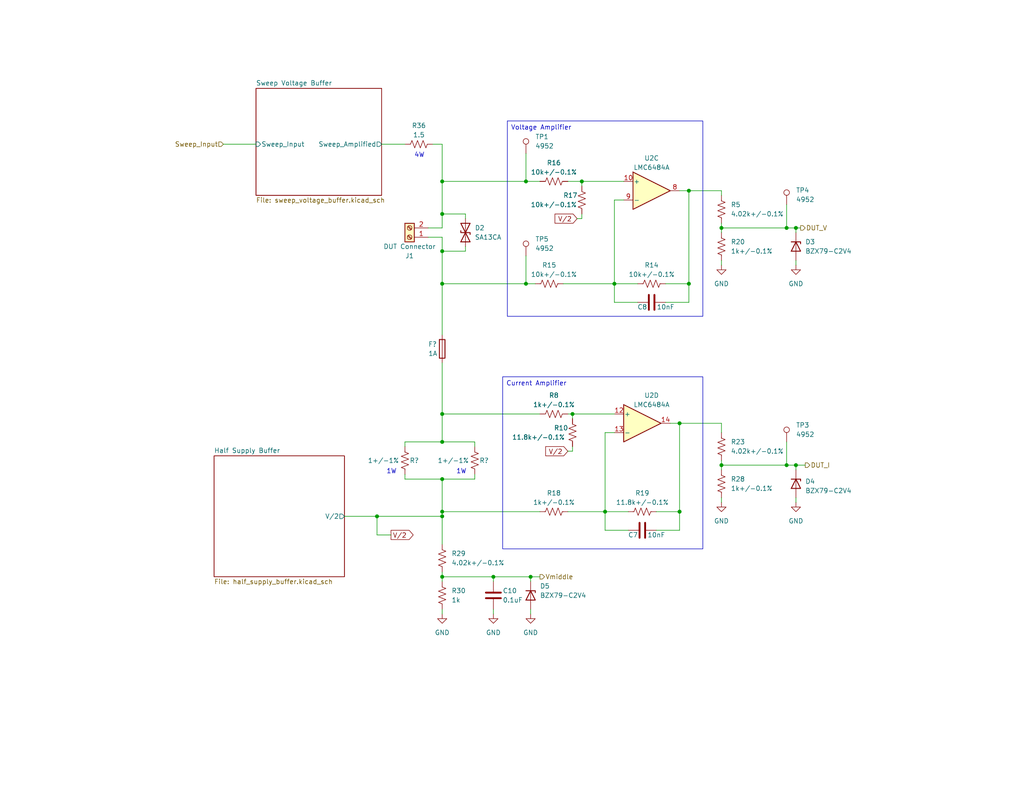
<source format=kicad_sch>
(kicad_sch (version 20230121) (generator eeschema)
  (paper "A")
  (title_block (title "Analog Front End") (date "2023-10-10") (rev "3") (comment 1 "Designed by Marek Newton"))
  (lib_symbols
    (symbol "Amplifier_Operational:LM6144xIx" (pin_names (offset 0.127))
      (property "Reference" "U" (at 0 5.08 0))
      (property "Value" "LM6144xIx" (at 0 -5.08 0))
      (symbol "LM6144xIx_1_1"
        (polyline (pts (xy -5.08 5.08) (xy 5.08 0) (xy -5.08 -5.08) (xy -5.08 5.08)) (stroke (width 0.254)) (fill (type background)))
        (pin output line (at 7.62 0 180) (length 2.54) (name "~") (number "1"))
        (pin input line (at -7.62 -2.54 0) (length 2.54) (name "-") (number "2"))
        (pin input line (at -7.62 2.54 0) (length 2.54) (name "+") (number "3"))
      )
      (symbol "LM6144xIx_2_1"
        (polyline (pts (xy -5.08 5.08) (xy 5.08 0) (xy -5.08 -5.08) (xy -5.08 5.08)) (stroke (width 0.254)) (fill (type background)))
        (pin input line (at -7.62 2.54 0) (length 2.54) (name "+") (number "5"))
        (pin input line (at -7.62 -2.54 0) (length 2.54) (name "-") (number "6"))
        (pin output line (at 7.62 0 180) (length 2.54) (name "~") (number "7"))
      )
      (symbol "LM6144xIx_3_1"
        (polyline (pts (xy -5.08 5.08) (xy 5.08 0) (xy -5.08 -5.08) (xy -5.08 5.08)) (stroke (width 0.254)) (fill (type background)))
        (pin input line (at -7.62 2.54 0) (length 2.54) (name "+") (number "10"))
        (pin output line (at 7.62 0 180) (length 2.54) (name "~") (number "8"))
        (pin input line (at -7.62 -2.54 0) (length 2.54) (name "-") (number "9"))
      )
      (symbol "LM6144xIx_4_1"
        (polyline (pts (xy -5.08 5.08) (xy 5.08 0) (xy -5.08 -5.08) (xy -5.08 5.08)) (stroke (width 0.254)) (fill (type background)))
        (pin input line (at -7.62 2.54 0) (length 2.54) (name "+") (number "12"))
        (pin input line (at -7.62 -2.54 0) (length 2.54) (name "-") (number "13"))
        (pin output line (at 7.62 0 180) (length 2.54) (name "~") (number "14"))
      )
      (symbol "LM6144xIx_5_1"
        (pin power_in line (at -2.54 -7.62 90) (length 3.81) (name "V-") (number "11"))
        (pin power_in line (at -2.54 7.62 270) (length 3.81) (name "V+") (number "4"))
      )
    )
    (symbol "Connector:Screw_Terminal_01x02" (pin_names (offset 1.016) hide)
      (property "Reference" "J" (at 0 2.54 0))
      (property "Value" "Screw_Terminal_01x02" (at 0 -5.08 0))
      (symbol "Screw_Terminal_01x02_1_1"
        (rectangle (start -1.27 1.27) (end 1.27 -3.81) (stroke (width 0.254)) (fill (type background)))
        (circle (center 0 -2.54) (radius 0.635) (stroke (width 0.1524)))
        (polyline (pts (xy -0.5334 -2.2098) (xy 0.3302 -3.048)) (stroke (width 0.1524)))
        (polyline (pts (xy -0.5334 0.3302) (xy 0.3302 -0.508)) (stroke (width 0.1524)))
        (polyline (pts (xy -0.3556 -2.032) (xy 0.508 -2.8702)) (stroke (width 0.1524)))
        (polyline (pts (xy -0.3556 0.508) (xy 0.508 -0.3302)) (stroke (width 0.1524)))
        (circle (center 0 0) (radius 0.635) (stroke (width 0.1524)))
        (pin passive line (at -5.08 0 0) (length 3.81) (name "Pin_1") (number "1"))
        (pin passive line (at -5.08 -2.54 0) (length 3.81) (name "Pin_2") (number "2"))
      )
    )
    (symbol "Connector:TestPoint" (pin_numbers hide) (pin_names (offset 0.762) hide)
      (property "Reference" "TP" (at 0 6.858 0))
      (property "Value" "TestPoint" (at 0 5.08 0))
      (symbol "TestPoint_0_1"
        (circle (center 0 3.302) (radius 0.762))
      )
      (symbol "TestPoint_1_1"
        (pin passive line (at 0 0 90) (length 2.54) (name "1") (number "1"))
      )
    )
    (symbol "Device:C" (pin_numbers hide) (pin_names (offset 0.254))
      (property "Reference" "C" (at 0.635 2.54 0))
      (property "Value" "C" (at 0.635 -2.54 0))
      (symbol "C_0_1"
        (polyline (pts (xy -2.032 -0.762) (xy 2.032 -0.762)) (stroke (width 0.508)))
        (polyline (pts (xy -2.032 0.762) (xy 2.032 0.762)) (stroke (width 0.508)))
      )
      (symbol "C_1_1"
        (pin passive line (at 0 3.81 270) (length 2.794) (name "~") (number "1"))
        (pin passive line (at 0 -3.81 90) (length 2.794) (name "~") (number "2"))
      )
    )
    (symbol "Device:D_TVS" (pin_numbers hide) (pin_names (offset 1.016) hide)
      (property "Reference" "D" (at 0 2.54 0))
      (property "Value" "D_TVS" (at 0 -2.54 0))
      (symbol "D_TVS_0_1"
        (polyline (pts (xy 1.27 0) (xy -1.27 0)))
        (polyline (pts (xy 0.508 1.27) (xy 0 1.27) (xy 0 -1.27) (xy -0.508 -1.27)) (stroke (width 0.254)))
        (polyline (pts (xy -2.54 1.27) (xy -2.54 -1.27) (xy 2.54 1.27) (xy 2.54 -1.27) (xy -2.54 1.27)) (stroke (width 0.254)))
      )
      (symbol "D_TVS_1_1"
        (pin passive line (at -3.81 0 0) (length 2.54) (name "A1") (number "1"))
        (pin passive line (at 3.81 0 180) (length 2.54) (name "A2") (number "2"))
      )
    )
    (symbol "Device:D_Zener" (pin_numbers hide) (pin_names (offset 1.016) hide)
      (property "Reference" "D" (at 0 2.54 0))
      (property "Value" "D_Zener" (at 0 -2.54 0))
      (symbol "D_Zener_0_1"
        (polyline (pts (xy 1.27 0) (xy -1.27 0)))
        (polyline (pts (xy -1.27 -1.27) (xy -1.27 1.27) (xy -0.762 1.27)) (stroke (width 0.254)))
        (polyline (pts (xy 1.27 -1.27) (xy 1.27 1.27) (xy -1.27 0) (xy 1.27 -1.27)) (stroke (width 0.254)))
      )
      (symbol "D_Zener_1_1"
        (pin passive line (at -3.81 0 0) (length 2.54) (name "K") (number "1"))
        (pin passive line (at 3.81 0 180) (length 2.54) (name "A") (number "2"))
      )
    )
    (symbol "Device:Fuse" (pin_numbers hide) (pin_names (offset 0))
      (property "Reference" "F" (at 2.032 0 90))
      (property "Value" "Fuse" (at -1.905 0 90))
      (symbol "Fuse_0_1"
        (rectangle (start -0.762 -2.54) (end 0.762 2.54) (stroke (width 0.254)))
        (polyline (pts (xy 0 2.54) (xy 0 -2.54)))
      )
      (symbol "Fuse_1_1"
        (pin passive line (at 0 3.81 270) (length 1.27) (name "~") (number "1"))
        (pin passive line (at 0 -3.81 90) (length 1.27) (name "~") (number "2"))
      )
    )
    (symbol "Device:R_US" (pin_numbers hide) (pin_names (offset 0))
      (property "Reference" "R" (at 2.54 0 90))
      (property "Value" "R_US" (at -2.54 0 90))
      (symbol "R_US_0_1"
        (polyline (pts (xy 0 -2.286) (xy 0 -2.54)))
        (polyline (pts (xy 0 2.286) (xy 0 2.54)))
        (polyline (pts (xy 0 -0.762) (xy 1.016 -1.143) (xy 0 -1.524) (xy -1.016 -1.905) (xy 0 -2.286)))
        (polyline (pts (xy 0 0.762) (xy 1.016 0.381) (xy 0 0) (xy -1.016 -0.381) (xy 0 -0.762)))
        (polyline (pts (xy 0 2.286) (xy 1.016 1.905) (xy 0 1.524) (xy -1.016 1.143) (xy 0 0.762)))
      )
      (symbol "R_US_1_1"
        (pin passive line (at 0 3.81 270) (length 1.27) (name "~") (number "1"))
        (pin passive line (at 0 -3.81 90) (length 1.27) (name "~") (number "2"))
      )
    )
    (symbol "power:GND" (power) (pin_names (offset 0))
      (property "Value" "GND" (at 0 -3.81 0))
      (symbol "GND_0_1"
        (polyline (pts (xy 0 0) (xy 0 -1.27) (xy 1.27 -1.27) (xy 0 -2.54) (xy -1.27 -1.27) (xy 0 -1.27)))
      )
      (symbol "GND_1_1"
        (pin power_in line (at 0 0 270) (length 0) hide (name "GND") (number "1"))
      )
    )
  )
  (junction (at 165.1 139.7))
  (junction (at 156.21 113.03))
  (junction (at 120.65 139.7))
  (junction (at 144.78 157.48))
  (junction (at 120.65 140.97))
  (junction (at 120.65 49.53))
  (junction (at 143.51 49.53))
  (junction (at 120.65 77.47))
  (junction (at 187.96 77.47))
  (junction (at 185.42 139.7))
  (junction (at 167.64 77.47))
  (junction (at 120.65 157.48))
  (junction (at 134.62 157.48))
  (junction (at 214.63 127))
  (junction (at 187.96 52.07))
  (junction (at 120.65 58.42))
  (junction (at 196.85 62.23))
  (junction (at 120.65 68.58))
  (junction (at 185.42 115.57))
  (junction (at 120.65 113.03))
  (junction (at 196.85 127))
  (junction (at 120.65 130.81))
  (junction (at 217.17 62.23))
  (junction (at 214.63 62.23))
  (junction (at 102.87 140.97))
  (junction (at 217.17 127))
  (junction (at 158.75 49.53))
  (junction (at 143.51 77.47))
  (junction (at 120.65 120.65))
  (wire (pts (xy 187.96 52.07) (xy 196.85 52.07)))
  (wire (pts (xy 167.64 118.11) (xy 165.1 118.11)))
  (wire (pts (xy 214.63 127) (xy 217.17 127)))
  (wire (pts (xy 120.65 77.47) (xy 143.51 77.47)))
  (wire (pts (xy 179.07 144.78) (xy 185.42 144.78)))
  (wire (pts (xy 165.1 118.11) (xy 165.1 139.7)))
  (wire (pts (xy 153.67 77.47) (xy 167.64 77.47)))
  (wire (pts (xy 144.78 157.48) (xy 147.32 157.48)))
  (wire (pts (xy 196.85 137.16) (xy 196.85 135.89)))
  (wire (pts (xy 118.11 39.37) (xy 120.65 39.37)))
  (wire (pts (xy 167.64 82.55) (xy 173.99 82.55)))
  (wire (pts (xy 196.85 53.34) (xy 196.85 52.07)))
  (wire (pts (xy 165.1 139.7) (xy 171.45 139.7)))
  (wire (pts (xy 196.85 127) (xy 214.63 127)))
  (wire (pts (xy 185.42 115.57) (xy 196.85 115.57)))
  (wire (pts (xy 102.87 140.97) (xy 102.87 146.05)))
  (wire (pts (xy 116.84 64.77) (xy 120.65 64.77)))
  (wire (pts (xy 217.17 127) (xy 219.71 127)))
  (wire (pts (xy 134.62 157.48) (xy 144.78 157.48)))
  (wire (pts (xy 154.94 139.7) (xy 165.1 139.7)))
  (wire (pts (xy 196.85 62.23) (xy 196.85 60.96)))
  (wire (pts (xy 93.98 140.97) (xy 102.87 140.97)))
  (wire (pts (xy 120.65 77.47) (xy 120.65 91.44)))
  (wire (pts (xy 120.65 58.42) (xy 127 58.42)))
  (wire (pts (xy 120.65 120.65) (xy 129.54 120.65)))
  (wire (pts (xy 196.85 63.5) (xy 196.85 62.23)))
  (wire (pts (xy 143.51 49.53) (xy 147.32 49.53)))
  (wire (pts (xy 143.51 77.47) (xy 146.05 77.47)))
  (wire (pts (xy 158.75 49.53) (xy 158.75 50.8)))
  (wire (pts (xy 120.65 130.81) (xy 120.65 139.7)))
  (wire (pts (xy 196.85 127) (xy 196.85 125.73)))
  (wire (pts (xy 120.65 139.7) (xy 120.65 140.97)))
  (wire (pts (xy 134.62 166.37) (xy 134.62 167.64)))
  (wire (pts (xy 217.17 135.89) (xy 217.17 137.16)))
  (wire (pts (xy 120.65 64.77) (xy 120.65 68.58)))
  (wire (pts (xy 116.84 62.23) (xy 120.65 62.23)))
  (wire (pts (xy 170.18 54.61) (xy 167.64 54.61)))
  (wire (pts (xy 144.78 166.37) (xy 144.78 167.64)))
  (wire (pts (xy 129.54 129.54) (xy 129.54 130.81)))
  (wire (pts (xy 120.65 166.37) (xy 120.65 167.64)))
  (wire (pts (xy 187.96 77.47) (xy 187.96 82.55)))
  (wire (pts (xy 120.65 49.53) (xy 143.51 49.53)))
  (wire (pts (xy 187.96 52.07) (xy 187.96 77.47)))
  (wire (pts (xy 154.94 113.03) (xy 156.21 113.03)))
  (wire (pts (xy 185.42 115.57) (xy 185.42 139.7)))
  (wire (pts (xy 110.49 121.92) (xy 110.49 120.65)))
  (wire (pts (xy 181.61 77.47) (xy 187.96 77.47)))
  (wire (pts (xy 120.65 157.48) (xy 134.62 157.48)))
  (wire (pts (xy 127 67.31) (xy 127 68.58)))
  (wire (pts (xy 217.17 62.23) (xy 218.44 62.23)))
  (wire (pts (xy 217.17 127) (xy 217.17 128.27)))
  (wire (pts (xy 182.88 115.57) (xy 185.42 115.57)))
  (wire (pts (xy 154.94 49.53) (xy 158.75 49.53)))
  (wire (pts (xy 120.65 130.81) (xy 129.54 130.81)))
  (wire (pts (xy 179.07 139.7) (xy 185.42 139.7)))
  (wire (pts (xy 110.49 130.81) (xy 120.65 130.81)))
  (wire (pts (xy 144.78 157.48) (xy 144.78 158.75)))
  (wire (pts (xy 157.48 59.69) (xy 158.75 59.69)))
  (wire (pts (xy 187.96 52.07) (xy 185.42 52.07)))
  (wire (pts (xy 129.54 120.65) (xy 129.54 121.92)))
  (wire (pts (xy 214.63 62.23) (xy 217.17 62.23)))
  (wire (pts (xy 154.94 123.19) (xy 156.21 123.19)))
  (wire (pts (xy 196.85 62.23) (xy 214.63 62.23)))
  (wire (pts (xy 60.96 39.37) (xy 69.85 39.37)))
  (wire (pts (xy 120.65 68.58) (xy 127 68.58)))
  (wire (pts (xy 120.65 156.21) (xy 120.65 157.48)))
  (wire (pts (xy 106.68 146.05) (xy 102.87 146.05)))
  (wire (pts (xy 196.85 71.12) (xy 196.85 72.39)))
  (wire (pts (xy 167.64 77.47) (xy 167.64 82.55)))
  (wire (pts (xy 102.87 140.97) (xy 120.65 140.97)))
  (wire (pts (xy 165.1 144.78) (xy 171.45 144.78)))
  (wire (pts (xy 110.49 120.65) (xy 120.65 120.65)))
  (wire (pts (xy 120.65 113.03) (xy 120.65 120.65)))
  (wire (pts (xy 196.85 128.27) (xy 196.85 127)))
  (wire (pts (xy 120.65 139.7) (xy 147.32 139.7)))
  (wire (pts (xy 120.65 49.53) (xy 120.65 58.42)))
  (wire (pts (xy 104.14 39.37) (xy 110.49 39.37)))
  (wire (pts (xy 120.65 99.06) (xy 120.65 113.03)))
  (wire (pts (xy 120.65 157.48) (xy 120.65 158.75)))
  (wire (pts (xy 167.64 77.47) (xy 173.99 77.47)))
  (wire (pts (xy 120.65 140.97) (xy 120.65 148.59)))
  (wire (pts (xy 158.75 49.53) (xy 170.18 49.53)))
  (wire (pts (xy 214.63 55.88) (xy 214.63 62.23)))
  (wire (pts (xy 217.17 72.39) (xy 217.17 71.12)))
  (wire (pts (xy 156.21 113.03) (xy 167.64 113.03)))
  (wire (pts (xy 134.62 157.48) (xy 134.62 158.75)))
  (wire (pts (xy 120.65 68.58) (xy 120.65 77.47)))
  (wire (pts (xy 156.21 121.92) (xy 156.21 123.19)))
  (wire (pts (xy 217.17 63.5) (xy 217.17 62.23)))
  (wire (pts (xy 120.65 39.37) (xy 120.65 49.53)))
  (wire (pts (xy 158.75 58.42) (xy 158.75 59.69)))
  (wire (pts (xy 185.42 144.78) (xy 185.42 139.7)))
  (wire (pts (xy 167.64 54.61) (xy 167.64 77.47)))
  (wire (pts (xy 156.21 113.03) (xy 156.21 114.3)))
  (wire (pts (xy 165.1 139.7) (xy 165.1 144.78)))
  (wire (pts (xy 110.49 129.54) (xy 110.49 130.81)))
  (wire (pts (xy 120.65 62.23) (xy 120.65 58.42)))
  (wire (pts (xy 214.63 120.65) (xy 214.63 127)))
  (wire (pts (xy 181.61 82.55) (xy 187.96 82.55)))
  (wire (pts (xy 120.65 113.03) (xy 147.32 113.03)))
  (wire (pts (xy 143.51 69.85) (xy 143.51 77.47)))
  (wire (pts (xy 196.85 118.11) (xy 196.85 115.57)))
  (wire (pts (xy 127 59.69) (xy 127 58.42)))
  (wire (pts (xy 143.51 41.91) (xy 143.51 49.53)))
  (text_box "Voltage Amplifier" (at 138.43 33.02 0) (size 53.34 53.34) (effects (font (size 1.27 1.27)) (justify left top)))
  (text_box "Current Amplifier" (at 137.16 102.87 0) (size 54.61 46.99) (effects (font (size 1.27 1.27)) (justify left top)))
  (text "1W" (at 124.46 129.54 0) (effects (font (size 1.27 1.27)) (justify left bottom)))
  (text "4W" (at 113.03 43.18 0) (effects (font (size 1.27 1.27)) (justify left bottom)))
  (text "1W" (at 105.41 129.54 0) (effects (font (size 1.27 1.27)) (justify left bottom)))
  (global_label "V{slash}2" (shape input) (at 154.94 123.19 180) (property "Intersheetrefs" "${INTERSHEET_REFS}" (effects hide)))
  (global_label "V{slash}2" (shape output) (at 106.68 146.05 0) (property "Intersheetrefs" "${INTERSHEET_REFS}" (effects hide)))
  (global_label "V{slash}2" (shape input) (at 157.48 59.69 180) (property "Intersheetrefs" "${INTERSHEET_REFS}" (effects hide)))
  (hierarchical_label "DUT_I" (shape output) (at 219.71 127 0))
  (hierarchical_label "Vmiddle" (shape output) (at 147.32 157.48 0))
  (hierarchical_label "DUT_V" (shape output) (at 218.44 62.23 0))
  (hierarchical_label "Sweep_Input" (shape input) (at 60.96 39.37 180))
  (symbol (lib_id "Device:R_US") (at 156.21 118.11 0) (unit 1)
    (property "Reference" "R10" (at 151.13 116.84 0) (effects (justify left)))
    (property "Value" "11.8k+/-0.1%" (at 139.7 119.38 0) (effects (justify left)))
    (property "Footprint" "Resistor_THT:R_Axial_DIN0207_L6.3mm_D2.5mm_P7.62mm_Horizontal" (effects hide))
    (property "Distributor Part #" "1712-YR1B11K8CCCT-ND" (effects hide))
    (property "Part #" "YR1B11K8CC" (effects hide))
    (property "Unit Price" "0.63" (effects hide))
  )
  (symbol (lib_id "power:GND") (at 196.85 72.39 0) (mirror y) (unit 1)
    (property "Reference" "#PWR?" (effects hide))
    (property "Value" "GND" (at 196.85 77.47 0))
    (instances (project "USB_curve_tracer" (path "" (reference "#PWR?") (unit 1)) (path "" (reference "#PWR033") (unit 1))))
  )
  (symbol (lib_id "Amplifier_Operational:LM6144xIx") (at 175.26 115.57 0) (unit 4)
    (property "Reference" "U2" (at 177.8 107.95 0))
    (property "Value" "LMC6484A" (at 177.8 110.49 0))
    (property "Footprint" "Package_DIP:DIP-14_W7.62mm" (effects hide))
    (property "Datasheet" "https://www.ti.com/lit/ds/symlink/lm6142.pdf" (effects hide))
    (property "Distributor Part #" "LMC6484IN/NOPB-ND" (effects hide))
    (property "Part #" "LMC6484IN/NOPB" (effects hide))
    (property "Unit Price" "2.83" (effects hide))
  )
  (symbol (lib_id "Connector:Screw_Terminal_01x02") (at 111.76 64.77 180) (unit 1)
    (property "Reference" "J1" (at 111.76 69.85 0))
    (property "Value" "DUT Connector" (at 111.76 67.31 0))
    (property "Footprint" "TerminalBlock_Phoenix:TerminalBlock_Phoenix_MKDS-1,5-2-5.08_1x02_P5.08mm_Horizontal" (effects hide))
    (property "Distributor Part #" "102-6179-ND" (effects hide))
    (property "Part #" "TB004-508-02BE" (effects hide))
    (property "Unit Price" "0.71" (effects hide))
  )
  (symbol (lib_id "Device:C") (at 177.8 82.55 90) (unit 1)
    (property "Reference" "C8" (at 175.26 83.82 90))
    (property "Value" "10nF" (at 181.61 83.82 90))
    (property "Footprint" "Capacitor_THT:C_Disc_D6.0mm_W2.5mm_P5.00mm" (effects hide))
    (property "Distributor Part #" "BC2662CT-ND" (effects hide))
    (property "Part #" "K103K10X7RF5UH5" (effects hide))
    (property "Unit Price" "0.22" (effects hide))
  )
  (symbol (lib_id "Device:R_US") (at 120.65 152.4 0) (unit 1)
    (property "Reference" "R29" (at 123.19 151.13 0) (effects (justify left)))
    (property "Value" "4.02k+/-0.1%" (at 123.19 153.67 0) (effects (justify left)))
    (property "Footprint" "Resistor_THT:R_Axial_DIN0207_L6.3mm_D2.5mm_P7.62mm_Horizontal" (effects hide))
    (property "Distributor Part #" "1712-YR1B3K83CCCT-ND" (effects hide))
    (property "Part #" "YR1B3K83CC" (effects hide))
    (property "Unit Price" "0.63" (effects hide))
  )
  (symbol (lib_id "Device:Fuse") (at 120.65 95.25 0) (unit 1)
    (property "Reference" "F?" (at 116.84 93.98 0) (effects (justify left)))
    (property "Value" "1A" (at 116.84 96.52 0) (effects (justify left)))
    (property "Footprint" "Fuse:Fuse_1206_3216Metric_Pad1.42x1.75mm_HandSolder" (effects hide))
    (property "Distributor Part #" "507-1893-1-ND" (effects hide))
    (property "Part #" "0685T1500-01" (effects hide))
    (property "Unit Price" "0.32" (effects hide))
    (instances (project "USB_curve_tracer" (path "" (reference "F?") (unit 1)) (path "" (reference "F2") (unit 1))))
  )
  (symbol (lib_id "Device:R_US") (at 196.85 132.08 0) (unit 1)
    (property "Reference" "R28" (at 199.39 130.81 0) (effects (justify left)))
    (property "Value" "1k+/-0.1%" (at 199.39 133.35 0) (effects (justify left)))
    (property "Footprint" "Resistor_THT:R_Axial_DIN0207_L6.3mm_D2.5mm_P7.62mm_Horizontal" (effects hide))
    (property "Distributor Part #" "A105942CT-ND" (effects hide))
    (property "Part #" "YR1B1K0CC" (effects hide))
    (property "Unit Price" "0.63" (effects hide))
  )
  (symbol (lib_id "Connector:TestPoint") (at 143.51 41.91 0) (unit 1)
    (property "Reference" "TP1" (at 146.05 37.338 0) (effects (justify left)))
    (property "Value" "4952" (at 146.05 39.878 0) (effects (justify left)))
    (property "Footprint" "TestPoint:TestPoint_THTPad_D2.5mm_Drill1.2mm" (effects hide))
    (property "Distributor Part #" "36-4952-ND" (effects hide))
    (property "Part #" "4952" (effects hide))
    (property "Unit Price" "0.26" (effects hide))
  )
  (symbol (lib_id "power:GND") (at 120.65 167.64 0) (mirror y) (unit 1)
    (property "Reference" "#PWR?" (effects hide))
    (property "Value" "GND" (at 120.65 172.72 0))
    (instances (project "USB_curve_tracer" (path "" (reference "#PWR?") (unit 1)) (path "" (reference "#PWR035") (unit 1))))
  )
  (symbol (lib_id "power:GND") (at 217.17 72.39 0) (mirror y) (unit 1)
    (property "Reference" "#PWR?" (effects hide))
    (property "Value" "GND" (at 217.17 77.47 0))
    (instances (project "USB_curve_tracer" (path "" (reference "#PWR?") (unit 1)) (path "" (reference "#PWR036") (unit 1))))
  )
  (symbol (lib_id "Device:R_US") (at 151.13 113.03 90) (unit 1)
    (property "Reference" "R8" (at 151.13 107.95 90))
    (property "Value" "1k+/-0.1%" (at 151.13 110.49 90))
    (property "Footprint" "Resistor_THT:R_Axial_DIN0207_L6.3mm_D2.5mm_P7.62mm_Horizontal" (effects hide))
    (property "Distributor Part #" "A105942CT-ND" (effects hide))
    (property "Part #" "YR1B1K0CC" (effects hide))
    (property "Unit Price" "0.63" (effects hide))
  )
  (symbol (lib_id "power:GND") (at 144.78 167.64 0) (mirror y) (unit 1)
    (property "Reference" "#PWR?" (effects hide))
    (property "Value" "GND" (at 144.78 172.72 0))
    (instances (project "USB_curve_tracer" (path "" (reference "#PWR?") (unit 1)) (path "" (reference "#PWR039") (unit 1))))
  )
  (symbol (lib_id "Device:R_US") (at 114.3 39.37 90) (unit 1)
    (property "Reference" "R36" (at 114.3 34.29 90))
    (property "Value" "1.5" (at 114.3 36.83 90))
    (property "Footprint" "Resistor_SMD:R_2512_6332Metric_Pad1.40x3.35mm_HandSolder" (effects hide))
    (property "Distributor Part #" "A121179CT-ND" (effects hide))
    (property "Part #" "35221R5JT" (effects hide))
    (property "Unit Price" "1.22" (effects hide))
  )
  (symbol (lib_id "Device:R_US") (at 149.86 77.47 90) (unit 1)
    (property "Reference" "R15" (at 149.86 72.39 90))
    (property "Value" "10k+/-0.1%" (at 151.13 74.93 90))
    (property "Footprint" "Resistor_THT:R_Axial_DIN0207_L6.3mm_D2.5mm_P7.62mm_Horizontal" (effects hide))
    (property "Distributor Part #" "A105970CT-ND" (effects hide))
    (property "Part #" "YR1B10KCC" (effects hide))
    (property "Unit Price" "0.63" (effects hide))
  )
  (symbol (lib_id "Device:R_US") (at 110.49 125.73 0) (unit 1)
    (property "Reference" "R?" (at 111.76 125.73 0) (effects (justify left)))
    (property "Value" "1+/-1%" (at 100.33 125.73 0) (effects (justify left)))
    (property "Footprint" "Resistor_SMD:R_2512_6332Metric_Pad1.40x3.35mm_HandSolder" (effects hide))
    (property "Distributor Part #" "RMCF2512FT1R00CT-ND" (effects hide))
    (property "Part #" "RMCF2512FT1R00" (effects hide))
    (property "Unit Price" "0.27" (effects hide))
    (instances (project "USB_curve_tracer" (path "" (reference "R?") (unit 1)) (path "" (reference "R37") (unit 1))))
  )
  (symbol (lib_id "Device:R_US") (at 120.65 162.56 0) (unit 1)
    (property "Reference" "R30" (at 123.19 161.29 0) (effects (justify left)))
    (property "Value" "1k" (at 123.19 163.83 0) (effects (justify left)))
    (property "Footprint" "Resistor_THT:R_Axial_DIN0207_L6.3mm_D2.5mm_P7.62mm_Horizontal" (effects hide))
    (property "Distributor Part #" "13-MFR-25FRF52-1KCT-ND" (effects hide))
    (property "Part #" "MFR-25FRF52-1K" (effects hide))
    (property "Unit Price" "0.1" (effects hide))
  )
  (symbol (lib_id "Device:R_US") (at 151.13 139.7 90) (unit 1)
    (property "Reference" "R18" (at 151.13 134.62 90))
    (property "Value" "1k+/-0.1%" (at 151.13 137.16 90))
    (property "Footprint" "Resistor_THT:R_Axial_DIN0207_L6.3mm_D2.5mm_P7.62mm_Horizontal" (effects hide))
    (property "Distributor Part #" "A105942CT-ND" (effects hide))
    (property "Part #" "YR1B1K0CC" (effects hide))
    (property "Unit Price" "0.63" (effects hide))
  )
  (symbol (lib_id "Device:R_US") (at 196.85 121.92 0) (unit 1)
    (property "Reference" "R23" (at 199.39 120.65 0) (effects (justify left)))
    (property "Value" "4.02k+/-0.1%" (at 199.39 123.19 0) (effects (justify left)))
    (property "Footprint" "Resistor_THT:R_Axial_DIN0207_L6.3mm_D2.5mm_P7.62mm_Horizontal" (effects hide))
    (property "Distributor Part #" "1712-YR1B3K83CCCT-ND" (effects hide))
    (property "Part #" "YR1B3K83CC" (effects hide))
    (property "Unit Price" "0.63" (effects hide))
  )
  (symbol (lib_id "Device:R_US") (at 129.54 125.73 0) (unit 1)
    (property "Reference" "R?" (at 130.81 125.73 0) (effects (justify left)))
    (property "Value" "1+/-1%" (at 119.38 125.73 0) (effects (justify left)))
    (property "Footprint" "Resistor_SMD:R_2512_6332Metric_Pad1.40x3.35mm_HandSolder" (effects hide))
    (property "Distributor Part #" "RMCF2512FT1R00CT-ND" (effects hide))
    (property "Part #" "RMCF2512FT1R00" (effects hide))
    (property "Unit Price" "0.27" (effects hide))
    (instances (project "USB_curve_tracer" (path "" (reference "R?") (unit 1)) (path "" (reference "R13") (unit 1))))
  )
  (symbol (lib_id "Device:D_Zener") (at 217.17 67.31 270) (unit 1)
    (property "Reference" "D3" (at 219.71 66.04 90) (effects (justify left)))
    (property "Value" "BZX79-C2V4" (at 219.71 68.58 90) (effects (justify left)))
    (property "Footprint" "Diode_THT:D_DO-35_SOD27_P7.62mm_Horizontal" (effects hide))
    (property "Distributor Part #" "1727-2115-1-ND" (effects hide))
    (property "Part #" "BZX79-C2V4,113" (effects hide))
    (property "Unit Price" "0.16" (effects hide))
  )
  (symbol (lib_id "Connector:TestPoint") (at 214.63 120.65 0) (unit 1)
    (property "Reference" "TP3" (at 217.17 116.078 0) (effects (justify left)))
    (property "Value" "4952" (at 217.17 118.618 0) (effects (justify left)))
    (property "Footprint" "TestPoint:TestPoint_THTPad_D2.5mm_Drill1.2mm" (effects hide))
    (property "Distributor Part #" "36-4952-ND" (effects hide))
    (property "Part #" "4952" (effects hide))
    (property "Unit Price" "0.26" (effects hide))
  )
  (symbol (lib_id "power:GND") (at 196.85 137.16 0) (mirror y) (unit 1)
    (property "Reference" "#PWR?" (effects hide))
    (property "Value" "GND" (at 196.85 142.24 0))
    (instances (project "USB_curve_tracer" (path "" (reference "#PWR?") (unit 1)) (path "" (reference "#PWR034") (unit 1))))
  )
  (symbol (lib_id "Amplifier_Operational:LM6144xIx") (at 177.8 52.07 0) (unit 3)
    (property "Reference" "U2" (at 177.8 43.18 0))
    (property "Value" "LMC6484A" (at 177.8 45.72 0))
    (property "Footprint" "Package_DIP:DIP-14_W7.62mm" (effects hide))
    (property "Datasheet" "https://www.ti.com/lit/ds/symlink/lm6142.pdf" (effects hide))
    (property "Distributor Part #" "LMC6484IN/NOPB-ND" (effects hide))
    (property "Part #" "LMC6484IN/NOPB" (effects hide))
    (property "Unit Price" "2.83" (effects hide))
  )
  (symbol (lib_id "Device:R_US") (at 177.8 77.47 90) (unit 1)
    (property "Reference" "R14" (at 177.8 72.39 90))
    (property "Value" "10k+/-0.1%" (at 177.8 74.93 90))
    (property "Footprint" "Resistor_THT:R_Axial_DIN0207_L6.3mm_D2.5mm_P7.62mm_Horizontal" (effects hide))
    (property "Distributor Part #" "A105970CT-ND" (effects hide))
    (property "Part #" "YR1B10KCC" (effects hide))
    (property "Unit Price" "0.63" (effects hide))
  )
  (symbol (lib_id "Device:R_US") (at 175.26 139.7 90) (unit 1)
    (property "Reference" "R19" (at 175.26 134.62 90))
    (property "Value" "11.8k+/-0.1%" (at 175.26 137.16 90))
    (property "Footprint" "Resistor_THT:R_Axial_DIN0207_L6.3mm_D2.5mm_P7.62mm_Horizontal" (effects hide))
    (property "Distributor Part #" "1712-YR1B11K8CCCT-ND" (effects hide))
    (property "Part #" "YR1B11K8CC" (effects hide))
    (property "Unit Price" "0.63" (effects hide))
  )
  (symbol (lib_id "power:GND") (at 134.62 167.64 0) (mirror y) (unit 1)
    (property "Reference" "#PWR?" (effects hide))
    (property "Value" "GND" (at 134.62 172.72 0))
    (instances (project "USB_curve_tracer" (path "" (reference "#PWR?") (unit 1)) (path "" (reference "#PWR042") (unit 1))))
  )
  (symbol (lib_id "Device:R_US") (at 196.85 57.15 0) (unit 1)
    (property "Reference" "R5" (at 199.39 55.88 0) (effects (justify left)))
    (property "Value" "4.02k+/-0.1%" (at 199.39 58.42 0) (effects (justify left)))
    (property "Footprint" "Resistor_THT:R_Axial_DIN0207_L6.3mm_D2.5mm_P7.62mm_Horizontal" (effects hide))
    (property "Distributor Part #" "1712-YR1B3K83CCCT-ND" (effects hide))
    (property "Part #" "YR1B3K83CC" (effects hide))
    (property "Unit Price" "0.63" (effects hide))
  )
  (symbol (lib_id "Device:R_US") (at 151.13 49.53 90) (unit 1)
    (property "Reference" "R16" (at 151.13 44.45 90))
    (property "Value" "10k+/-0.1%" (at 151.13 46.99 90))
    (property "Footprint" "Resistor_THT:R_Axial_DIN0207_L6.3mm_D2.5mm_P7.62mm_Horizontal" (effects hide))
    (property "Distributor Part #" "A105970CT-ND" (effects hide))
    (property "Part #" "YR1B10KCC" (effects hide))
    (property "Unit Price" "0.63" (effects hide))
  )
  (symbol (lib_id "Connector:TestPoint") (at 214.63 55.88 0) (unit 1)
    (property "Reference" "TP4" (at 217.17 51.943 0) (effects (justify left)))
    (property "Value" "4952" (at 217.17 54.483 0) (effects (justify left)))
    (property "Footprint" "TestPoint:TestPoint_THTPad_D2.5mm_Drill1.2mm" (effects hide))
    (property "Distributor Part #" "36-4952-ND" (effects hide))
    (property "Part #" "4952" (effects hide))
    (property "Unit Price" "0.26" (effects hide))
  )
  (symbol (lib_id "power:GND") (at 217.17 137.16 0) (mirror y) (unit 1)
    (property "Reference" "#PWR?" (effects hide))
    (property "Value" "GND" (at 217.17 142.24 0))
    (instances (project "USB_curve_tracer" (path "" (reference "#PWR?") (unit 1)) (path "" (reference "#PWR038") (unit 1))))
  )
  (symbol (lib_id "Device:D_Zener") (at 144.78 162.56 270) (unit 1)
    (property "Reference" "D5" (at 147.32 160.02 90) (effects (justify left)))
    (property "Value" "BZX79-C2V4" (at 147.32 162.56 90) (effects (justify left)))
    (property "Footprint" "Diode_THT:D_DO-35_SOD27_P7.62mm_Horizontal" (effects hide))
    (property "Distributor Part #" "1727-2115-1-ND" (effects hide))
    (property "Part #" "BZX79-C2V4,113" (effects hide))
    (property "Unit Price" "0.16" (effects hide))
  )
  (symbol (lib_id "Connector:TestPoint") (at 143.51 69.85 0) (unit 1)
    (property "Reference" "TP5" (at 146.05 65.278 0) (effects (justify left)))
    (property "Value" "4952" (at 146.05 67.818 0) (effects (justify left)))
    (property "Footprint" "TestPoint:TestPoint_THTPad_D2.5mm_Drill1.2mm" (effects hide))
    (property "Distributor Part #" "36-4952-ND" (effects hide))
    (property "Part #" "4952" (effects hide))
    (property "Unit Price" "0.26" (effects hide))
  )
  (symbol (lib_id "Device:R_US") (at 196.85 67.31 0) (unit 1)
    (property "Reference" "R20" (at 199.39 66.04 0) (effects (justify left)))
    (property "Value" "1k+/-0.1%" (at 199.39 68.58 0) (effects (justify left)))
    (property "Footprint" "Resistor_THT:R_Axial_DIN0207_L6.3mm_D2.5mm_P7.62mm_Horizontal" (effects hide))
    (property "Distributor Part #" "A105942CT-ND" (effects hide))
    (property "Part #" "YR1B1K0CC" (effects hide))
    (property "Unit Price" "0.63" (effects hide))
  )
  (symbol (lib_id "Device:C") (at 175.26 144.78 90) (unit 1)
    (property "Reference" "C7" (at 172.72 146.05 90))
    (property "Value" "10nF" (at 179.07 146.05 90))
    (property "Footprint" "Capacitor_THT:C_Disc_D6.0mm_W2.5mm_P5.00mm" (effects hide))
    (property "Distributor Part #" "BC2662CT-ND" (effects hide))
    (property "Part #" "K103K10X7RF5UH5" (effects hide))
    (property "Unit Price" "0.22" (effects hide))
  )
  (symbol (lib_id "Device:C") (at 134.62 162.56 0) (unit 1)
    (property "Reference" "C10" (at 137.16 161.29 0) (effects (justify left)))
    (property "Value" "0.1uF" (at 137.16 163.83 0) (effects (justify left)))
    (property "Footprint" "Capacitor_THT:C_Disc_D6.0mm_W2.5mm_P5.00mm" (effects hide))
    (property "Distributor Part #" "BC2665CT-ND" (effects hide))
    (property "Part #" "K104K10X7RF5UH5" (effects hide))
    (property "Unit Price" "0.23" (effects hide))
  )
  (symbol (lib_id "Device:D_Zener") (at 217.17 132.08 270) (unit 1)
    (property "Reference" "D4" (at 219.71 131.445 90) (effects (justify left)))
    (property "Value" "BZX79-C2V4" (at 219.71 133.985 90) (effects (justify left)))
    (property "Footprint" "Diode_THT:D_DO-35_SOD27_P7.62mm_Horizontal" (effects hide))
    (property "Distributor Part #" "1727-2115-1-ND" (effects hide))
    (property "Part #" "BZX79-C2V4,113" (effects hide))
    (property "Unit Price" "0.16" (effects hide))
  )
  (symbol (lib_id "Device:D_TVS") (at 127 63.5 90) (unit 1)
    (property "Reference" "D2" (at 129.54 62.23 90) (effects (justify right)))
    (property "Value" "SA13CA" (at 129.54 64.77 90) (effects (justify right)))
    (property "Footprint" "Diode_THT:D_DO-15_P10.16mm_Horizontal" (effects hide))
    (property "Distributor Part #" "SA13CACT-ND" (effects hide))
    (property "Part #" "SA13CA" (effects hide))
    (property "Unit Price" "0.49" (effects hide))
  )
  (symbol (lib_id "Device:R_US") (at 158.75 54.61 0) (unit 1)
    (property "Reference" "R17" (at 153.67 53.34 0) (effects (justify left)))
    (property "Value" "10k+/-0.1%" (at 144.78 55.88 0) (effects (justify left)))
    (property "Footprint" "Resistor_THT:R_Axial_DIN0207_L6.3mm_D2.5mm_P7.62mm_Horizontal" (effects hide))
    (property "Distributor Part #" "A105970CT-ND" (effects hide))
    (property "Part #" "YR1B10KCC" (effects hide))
    (property "Unit Price" "0.63" (effects hide))
  )
  (sheet (at 69.85 24.13) (size 34.29 29.21) (stroke (width 0.1524))
    (property "Sheetname" "Sweep Voltage Buffer" (at 69.85 23.4184 0) (effects (justify left bottom)))
    (property "Sheetfile" "sweep_voltage_buffer.kicad_sch" (at 69.85 53.9246 0) (effects (justify left top)))
    (pin "Sweep_Input" input (at 69.85 39.37 180))
    (pin "Sweep_Amplified" output (at 104.14 39.37 0))
  )
  (sheet (at 58.42 124.46) (size 35.56 33.02) (stroke (width 0.1524))
    (property "Sheetname" "Half Supply Buffer" (at 58.42 123.7484 0) (effects (justify left bottom)))
    (property "Sheetfile" "half_supply_buffer.kicad_sch" (at 58.42 158.0646 0) (effects (justify left top)))
    (pin "V{slash}2" output (at 93.98 140.97 0))
  )
)
</source>
